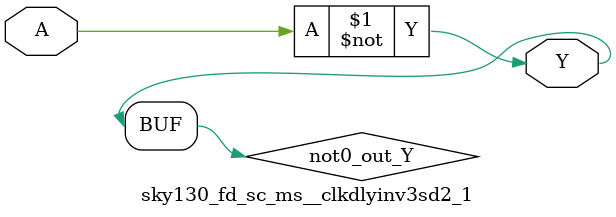
<source format=v>
/*
 * Copyright 2020 The SkyWater PDK Authors
 *
 * Licensed under the Apache License, Version 2.0 (the "License");
 * you may not use this file except in compliance with the License.
 * You may obtain a copy of the License at
 *
 *     https://www.apache.org/licenses/LICENSE-2.0
 *
 * Unless required by applicable law or agreed to in writing, software
 * distributed under the License is distributed on an "AS IS" BASIS,
 * WITHOUT WARRANTIES OR CONDITIONS OF ANY KIND, either express or implied.
 * See the License for the specific language governing permissions and
 * limitations under the License.
 *
 * SPDX-License-Identifier: Apache-2.0
*/


`ifndef SKY130_FD_SC_MS__CLKDLYINV3SD2_1_FUNCTIONAL_V
`define SKY130_FD_SC_MS__CLKDLYINV3SD2_1_FUNCTIONAL_V

/**
 * clkdlyinv3sd2: Clock Delay Inverter 3-stage 0.25um length inner
 *                stage gate.
 *
 * Verilog simulation functional model.
 */

`timescale 1ns / 1ps
`default_nettype none

`celldefine
module sky130_fd_sc_ms__clkdlyinv3sd2_1 (
    Y,
    A
);

    // Module ports
    output Y;
    input  A;

    // Local signals
    wire not0_out_Y;

    //  Name  Output      Other arguments
    not not0 (not0_out_Y, A              );
    buf buf0 (Y         , not0_out_Y     );

endmodule
`endcelldefine

`default_nettype wire
`endif  // SKY130_FD_SC_MS__CLKDLYINV3SD2_1_FUNCTIONAL_V

</source>
